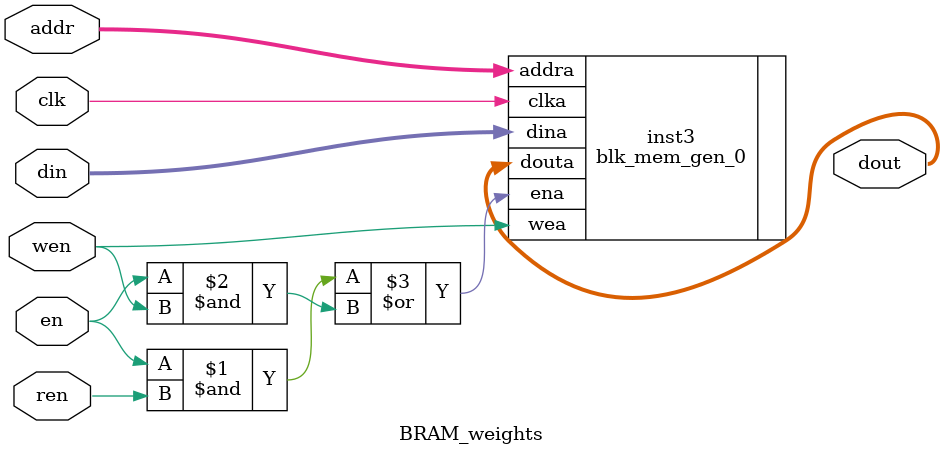
<source format=v>
module BRAM_weights(clk, en, ren, wen, addr, din, dout);
input clk, en, wen, ren;
input [3:0] addr;
input [7:0] din;
output [7:0] dout;
blk_mem_gen_0 inst3(.clka(clk),.ena((en&ren)|(en&wen)),.wea(wen),.addra(addr),.dina(din),.douta(dout));
endmodule

</source>
